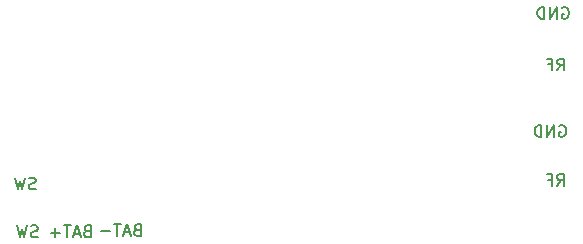
<source format=gbr>
G04 #@! TF.FileFunction,Legend,Bot*
%FSLAX46Y46*%
G04 Gerber Fmt 4.6, Leading zero omitted, Abs format (unit mm)*
G04 Created by KiCad (PCBNEW 4.0.7) date 04/23/20 09:08:39*
%MOMM*%
%LPD*%
G01*
G04 APERTURE LIST*
%ADD10C,0.100000*%
%ADD11C,0.150000*%
G04 APERTURE END LIST*
D10*
D11*
X112611904Y-94650000D02*
X112707142Y-94602381D01*
X112849999Y-94602381D01*
X112992857Y-94650000D01*
X113088095Y-94745238D01*
X113135714Y-94840476D01*
X113183333Y-95030952D01*
X113183333Y-95173810D01*
X113135714Y-95364286D01*
X113088095Y-95459524D01*
X112992857Y-95554762D01*
X112849999Y-95602381D01*
X112754761Y-95602381D01*
X112611904Y-95554762D01*
X112564285Y-95507143D01*
X112564285Y-95173810D01*
X112754761Y-95173810D01*
X112135714Y-95602381D02*
X112135714Y-94602381D01*
X111564285Y-95602381D01*
X111564285Y-94602381D01*
X111088095Y-95602381D02*
X111088095Y-94602381D01*
X110850000Y-94602381D01*
X110707142Y-94650000D01*
X110611904Y-94745238D01*
X110564285Y-94840476D01*
X110516666Y-95030952D01*
X110516666Y-95173810D01*
X110564285Y-95364286D01*
X110611904Y-95459524D01*
X110707142Y-95554762D01*
X110850000Y-95602381D01*
X111088095Y-95602381D01*
X112444047Y-89977381D02*
X112777381Y-89501190D01*
X113015476Y-89977381D02*
X113015476Y-88977381D01*
X112634523Y-88977381D01*
X112539285Y-89025000D01*
X112491666Y-89072619D01*
X112444047Y-89167857D01*
X112444047Y-89310714D01*
X112491666Y-89405952D01*
X112539285Y-89453571D01*
X112634523Y-89501190D01*
X113015476Y-89501190D01*
X111682142Y-89453571D02*
X112015476Y-89453571D01*
X112015476Y-89977381D02*
X112015476Y-88977381D01*
X111539285Y-88977381D01*
X112836904Y-84650000D02*
X112932142Y-84602381D01*
X113074999Y-84602381D01*
X113217857Y-84650000D01*
X113313095Y-84745238D01*
X113360714Y-84840476D01*
X113408333Y-85030952D01*
X113408333Y-85173810D01*
X113360714Y-85364286D01*
X113313095Y-85459524D01*
X113217857Y-85554762D01*
X113074999Y-85602381D01*
X112979761Y-85602381D01*
X112836904Y-85554762D01*
X112789285Y-85507143D01*
X112789285Y-85173810D01*
X112979761Y-85173810D01*
X112360714Y-85602381D02*
X112360714Y-84602381D01*
X111789285Y-85602381D01*
X111789285Y-84602381D01*
X111313095Y-85602381D02*
X111313095Y-84602381D01*
X111075000Y-84602381D01*
X110932142Y-84650000D01*
X110836904Y-84745238D01*
X110789285Y-84840476D01*
X110741666Y-85030952D01*
X110741666Y-85173810D01*
X110789285Y-85364286D01*
X110836904Y-85459524D01*
X110932142Y-85554762D01*
X111075000Y-85602381D01*
X111313095Y-85602381D01*
X112419047Y-99752381D02*
X112752381Y-99276190D01*
X112990476Y-99752381D02*
X112990476Y-98752381D01*
X112609523Y-98752381D01*
X112514285Y-98800000D01*
X112466666Y-98847619D01*
X112419047Y-98942857D01*
X112419047Y-99085714D01*
X112466666Y-99180952D01*
X112514285Y-99228571D01*
X112609523Y-99276190D01*
X112990476Y-99276190D01*
X111657142Y-99228571D02*
X111990476Y-99228571D01*
X111990476Y-99752381D02*
X111990476Y-98752381D01*
X111514285Y-98752381D01*
X68432143Y-104054762D02*
X68289286Y-104102381D01*
X68051190Y-104102381D01*
X67955952Y-104054762D01*
X67908333Y-104007143D01*
X67860714Y-103911905D01*
X67860714Y-103816667D01*
X67908333Y-103721429D01*
X67955952Y-103673810D01*
X68051190Y-103626190D01*
X68241667Y-103578571D01*
X68336905Y-103530952D01*
X68384524Y-103483333D01*
X68432143Y-103388095D01*
X68432143Y-103292857D01*
X68384524Y-103197619D01*
X68336905Y-103150000D01*
X68241667Y-103102381D01*
X68003571Y-103102381D01*
X67860714Y-103150000D01*
X67527381Y-103102381D02*
X67289286Y-104102381D01*
X67098809Y-103388095D01*
X66908333Y-104102381D01*
X66670238Y-103102381D01*
X68257143Y-100004762D02*
X68114286Y-100052381D01*
X67876190Y-100052381D01*
X67780952Y-100004762D01*
X67733333Y-99957143D01*
X67685714Y-99861905D01*
X67685714Y-99766667D01*
X67733333Y-99671429D01*
X67780952Y-99623810D01*
X67876190Y-99576190D01*
X68066667Y-99528571D01*
X68161905Y-99480952D01*
X68209524Y-99433333D01*
X68257143Y-99338095D01*
X68257143Y-99242857D01*
X68209524Y-99147619D01*
X68161905Y-99100000D01*
X68066667Y-99052381D01*
X67828571Y-99052381D01*
X67685714Y-99100000D01*
X67352381Y-99052381D02*
X67114286Y-100052381D01*
X66923809Y-99338095D01*
X66733333Y-100052381D01*
X66495238Y-99052381D01*
X76857142Y-103453571D02*
X76714285Y-103501190D01*
X76666666Y-103548810D01*
X76619047Y-103644048D01*
X76619047Y-103786905D01*
X76666666Y-103882143D01*
X76714285Y-103929762D01*
X76809523Y-103977381D01*
X77190476Y-103977381D01*
X77190476Y-102977381D01*
X76857142Y-102977381D01*
X76761904Y-103025000D01*
X76714285Y-103072619D01*
X76666666Y-103167857D01*
X76666666Y-103263095D01*
X76714285Y-103358333D01*
X76761904Y-103405952D01*
X76857142Y-103453571D01*
X77190476Y-103453571D01*
X76238095Y-103691667D02*
X75761904Y-103691667D01*
X76333333Y-103977381D02*
X76000000Y-102977381D01*
X75666666Y-103977381D01*
X75476190Y-102977381D02*
X74904761Y-102977381D01*
X75190476Y-103977381D02*
X75190476Y-102977381D01*
X74571428Y-103596429D02*
X73809523Y-103596429D01*
X72607142Y-103578571D02*
X72464285Y-103626190D01*
X72416666Y-103673810D01*
X72369047Y-103769048D01*
X72369047Y-103911905D01*
X72416666Y-104007143D01*
X72464285Y-104054762D01*
X72559523Y-104102381D01*
X72940476Y-104102381D01*
X72940476Y-103102381D01*
X72607142Y-103102381D01*
X72511904Y-103150000D01*
X72464285Y-103197619D01*
X72416666Y-103292857D01*
X72416666Y-103388095D01*
X72464285Y-103483333D01*
X72511904Y-103530952D01*
X72607142Y-103578571D01*
X72940476Y-103578571D01*
X71988095Y-103816667D02*
X71511904Y-103816667D01*
X72083333Y-104102381D02*
X71750000Y-103102381D01*
X71416666Y-104102381D01*
X71226190Y-103102381D02*
X70654761Y-103102381D01*
X70940476Y-104102381D02*
X70940476Y-103102381D01*
X70321428Y-103721429D02*
X69559523Y-103721429D01*
X69940475Y-104102381D02*
X69940475Y-103340476D01*
M02*

</source>
